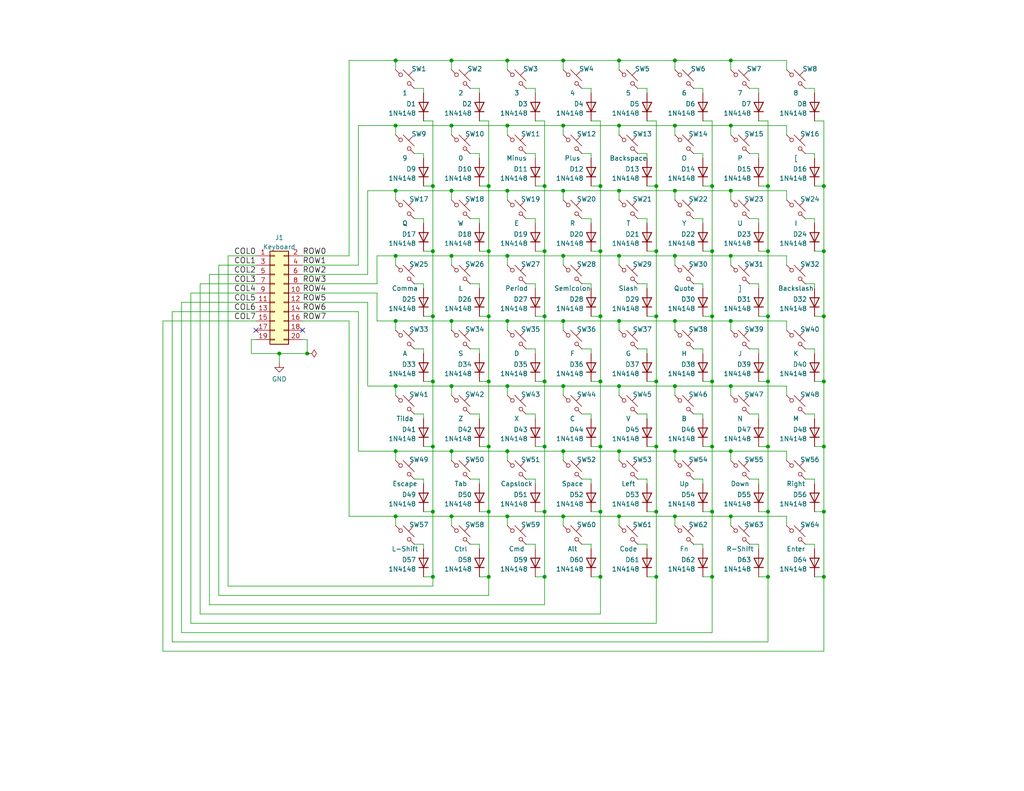
<source format=kicad_sch>
(kicad_sch (version 20211123) (generator eeschema)
  (paper "USLetter")
  (title_block (title "8x8 Matrix Keyboard") (date "2022-11-28") (rev "1,1") (company "Frédéric Segard") (comment 1 "youtube.com/@microhobbyist"))
  (junction (at 163.83 139.7))
  (junction (at 199.39 52.07))
  (junction (at 163.83 157.48))
  (junction (at 179.07 104.14))
  (junction (at 184.15 123.19))
  (junction (at 138.43 69.85))
  (junction (at 209.55 157.48))
  (junction (at 123.19 123.19))
  (junction (at 209.55 104.14))
  (junction (at 118.11 86.36))
  (junction (at 179.07 86.36))
  (junction (at 163.83 104.14))
  (junction (at 184.15 69.85))
  (junction (at 184.15 105.41))
  (junction (at 194.31 121.92))
  (junction (at 107.95 123.19))
  (junction (at 107.95 69.85))
  (junction (at 199.39 123.19))
  (junction (at 153.67 52.07))
  (junction (at 107.95 34.29))
  (junction (at 199.39 87.63))
  (junction (at 153.67 69.85))
  (junction (at 199.39 16.51))
  (junction (at 179.07 68.58))
  (junction (at 194.31 68.58))
  (junction (at 153.67 123.19))
  (junction (at 107.95 52.07))
  (junction (at 148.59 157.48))
  (junction (at 107.95 87.63))
  (junction (at 184.15 34.29))
  (junction (at 148.59 104.14))
  (junction (at 118.11 121.92))
  (junction (at 123.19 140.97))
  (junction (at 199.39 34.29))
  (junction (at 148.59 50.8))
  (junction (at 209.55 50.8))
  (junction (at 209.55 139.7))
  (junction (at 123.19 69.85))
  (junction (at 148.59 139.7))
  (junction (at 133.35 50.8))
  (junction (at 224.79 86.36))
  (junction (at 184.15 16.51))
  (junction (at 168.91 140.97))
  (junction (at 184.15 52.07))
  (junction (at 76.2 96.52))
  (junction (at 148.59 68.58))
  (junction (at 184.15 87.63))
  (junction (at 224.79 121.92))
  (junction (at 209.55 86.36))
  (junction (at 168.91 34.29))
  (junction (at 168.91 52.07))
  (junction (at 118.11 68.58))
  (junction (at 224.79 68.58))
  (junction (at 123.19 105.41))
  (junction (at 138.43 87.63))
  (junction (at 118.11 50.8))
  (junction (at 118.11 157.48))
  (junction (at 138.43 16.51))
  (junction (at 194.31 86.36))
  (junction (at 184.15 140.97))
  (junction (at 168.91 123.19))
  (junction (at 123.19 16.51))
  (junction (at 163.83 86.36))
  (junction (at 138.43 105.41))
  (junction (at 133.35 121.92))
  (junction (at 107.95 105.41))
  (junction (at 179.07 50.8))
  (junction (at 118.11 104.14))
  (junction (at 163.83 68.58))
  (junction (at 194.31 139.7))
  (junction (at 138.43 52.07))
  (junction (at 199.39 105.41))
  (junction (at 168.91 69.85))
  (junction (at 133.35 104.14))
  (junction (at 107.95 16.51))
  (junction (at 153.67 105.41))
  (junction (at 194.31 104.14))
  (junction (at 107.95 140.97))
  (junction (at 199.39 69.85))
  (junction (at 194.31 50.8))
  (junction (at 133.35 139.7))
  (junction (at 179.07 121.92))
  (junction (at 199.39 140.97))
  (junction (at 133.35 68.58))
  (junction (at 163.83 50.8))
  (junction (at 138.43 34.29))
  (junction (at 179.07 139.7))
  (junction (at 153.67 16.51))
  (junction (at 123.19 87.63))
  (junction (at 224.79 139.7))
  (junction (at 168.91 16.51))
  (junction (at 209.55 121.92))
  (junction (at 224.79 50.8))
  (junction (at 133.35 157.48))
  (junction (at 148.59 86.36))
  (junction (at 179.07 157.48))
  (junction (at 194.31 157.48))
  (junction (at 163.83 121.92))
  (junction (at 123.19 52.07))
  (junction (at 153.67 87.63))
  (junction (at 138.43 140.97))
  (junction (at 168.91 105.41))
  (junction (at 168.91 87.63))
  (junction (at 123.19 34.29))
  (junction (at 153.67 140.97))
  (junction (at 153.67 34.29))
  (junction (at 209.55 68.58))
  (junction (at 148.59 121.92))
  (junction (at 224.79 157.48))
  (junction (at 224.79 104.14))
  (junction (at 133.35 86.36))
  (junction (at 83.82 96.52))
  (junction (at 118.11 139.7))
  (junction (at 138.43 123.19))
  (no_connect (at 82.55 90.17))
  (no_connect (at 69.85 90.17))
  (wire (pts (xy 153.67 69.85) (xy 168.91 69.85)))
  (wire (pts (xy 194.31 121.92) (xy 194.31 139.7)))
  (wire (pts (xy 158.75 95.25) (xy 161.29 95.25)))
  (wire (pts (xy 49.53 82.55) (xy 49.53 172.72)))
  (wire (pts (xy 138.43 52.07) (xy 153.67 52.07)))
  (wire (pts (xy 191.77 33.02) (xy 194.31 33.02)))
  (wire (pts (xy 69.85 82.55) (xy 49.53 82.55)))
  (wire (pts (xy 161.29 104.14) (xy 163.83 104.14)))
  (wire (pts (xy 133.35 139.7) (xy 133.35 157.48)))
  (wire (pts (xy 143.51 113.03) (xy 146.05 113.03)))
  (wire (pts (xy 207.01 157.48) (xy 209.55 157.48)))
  (wire (pts (xy 115.57 24.13) (xy 115.57 25.4)))
  (wire (pts (xy 163.83 157.48) (xy 163.83 167.64)))
  (wire (pts (xy 222.25 139.7) (xy 224.79 139.7)))
  (wire (pts (xy 222.25 50.8) (xy 224.79 50.8)))
  (wire (pts (xy 219.71 24.13) (xy 222.25 24.13)))
  (wire (pts (xy 97.79 123.19) (xy 97.79 85.09)))
  (wire (pts (xy 100.33 52.07) (xy 100.33 74.93)))
  (wire (pts (xy 176.53 104.14) (xy 179.07 104.14)))
  (wire (pts (xy 123.19 143.51) (xy 123.19 140.97)))
  (wire (pts (xy 209.55 121.92) (xy 209.55 104.14)))
  (wire (pts (xy 146.05 95.25) (xy 146.05 96.52)))
  (wire (pts (xy 107.95 125.73) (xy 107.95 123.19)))
  (wire (pts (xy 107.95 52.07) (xy 123.19 52.07)))
  (wire (pts (xy 128.27 148.59) (xy 130.81 148.59)))
  (wire (pts (xy 115.57 139.7) (xy 118.11 139.7)))
  (wire (pts (xy 199.39 72.39) (xy 199.39 69.85)))
  (wire (pts (xy 214.63 123.19) (xy 214.63 125.73)))
  (wire (pts (xy 107.95 87.63) (xy 102.87 87.63)))
  (wire (pts (xy 59.69 162.56) (xy 133.35 162.56)))
  (wire (pts (xy 222.25 95.25) (xy 219.71 95.25)))
  (wire (pts (xy 82.55 85.09) (xy 97.79 85.09)))
  (wire (pts (xy 158.75 148.59) (xy 161.29 148.59)))
  (wire (pts (xy 158.75 41.91) (xy 161.29 41.91)))
  (wire (pts (xy 115.57 113.03) (xy 115.57 114.3)))
  (wire (pts (xy 130.81 104.14) (xy 133.35 104.14)))
  (wire (pts (xy 179.07 157.48) (xy 179.07 139.7)))
  (wire (pts (xy 113.03 77.47) (xy 115.57 77.47)))
  (wire (pts (xy 176.53 59.69) (xy 173.99 59.69)))
  (wire (pts (xy 62.23 160.02) (xy 118.11 160.02)))
  (wire (pts (xy 176.53 157.48) (xy 179.07 157.48)))
  (wire (pts (xy 224.79 139.7) (xy 224.79 157.48)))
  (wire (pts (xy 115.57 148.59) (xy 113.03 148.59)))
  (wire (pts (xy 207.01 43.18) (xy 207.01 41.91)))
  (wire (pts (xy 138.43 140.97) (xy 153.67 140.97)))
  (wire (pts (xy 153.67 19.05) (xy 153.67 16.51)))
  (wire (pts (xy 148.59 139.7) (xy 148.59 157.48)))
  (wire (pts (xy 123.19 107.95) (xy 123.19 105.41)))
  (wire (pts (xy 130.81 33.02) (xy 133.35 33.02)))
  (wire (pts (xy 107.95 36.83) (xy 107.95 34.29)))
  (wire (pts (xy 59.69 72.39) (xy 59.69 162.56)))
  (wire (pts (xy 191.77 148.59) (xy 191.77 149.86)))
  (wire (pts (xy 118.11 157.48) (xy 118.11 160.02)))
  (wire (pts (xy 133.35 121.92) (xy 133.35 139.7)))
  (wire (pts (xy 82.55 72.39) (xy 97.79 72.39)))
  (wire (pts (xy 163.83 50.8) (xy 163.83 68.58)))
  (wire (pts (xy 138.43 125.73) (xy 138.43 123.19)))
  (wire (pts (xy 184.15 125.73) (xy 184.15 123.19)))
  (wire (pts (xy 199.39 140.97) (xy 214.63 140.97)))
  (wire (pts (xy 113.03 41.91) (xy 115.57 41.91)))
  (wire (pts (xy 161.29 95.25) (xy 161.29 96.52)))
  (wire (pts (xy 115.57 77.47) (xy 115.57 78.74)))
  (wire (pts (xy 191.77 25.4) (xy 191.77 24.13)))
  (wire (pts (xy 44.45 87.63) (xy 44.45 177.8)))
  (wire (pts (xy 82.55 77.47) (xy 102.87 77.47)))
  (wire (pts (xy 222.25 59.69) (xy 219.71 59.69)))
  (wire (pts (xy 214.63 52.07) (xy 214.63 54.61)))
  (wire (pts (xy 191.77 50.8) (xy 194.31 50.8)))
  (wire (pts (xy 57.15 74.93) (xy 57.15 165.1)))
  (wire (pts (xy 153.67 105.41) (xy 168.91 105.41)))
  (wire (pts (xy 161.29 50.8) (xy 163.83 50.8)))
  (wire (pts (xy 107.95 105.41) (xy 100.33 105.41)))
  (wire (pts (xy 52.07 170.18) (xy 179.07 170.18)))
  (wire (pts (xy 130.81 148.59) (xy 130.81 149.86)))
  (wire (pts (xy 107.95 69.85) (xy 123.19 69.85)))
  (wire (pts (xy 214.63 16.51) (xy 214.63 19.05)))
  (wire (pts (xy 207.01 24.13) (xy 204.47 24.13)))
  (wire (pts (xy 194.31 33.02) (xy 194.31 50.8)))
  (wire (pts (xy 133.35 86.36) (xy 133.35 104.14)))
  (wire (pts (xy 146.05 121.92) (xy 148.59 121.92)))
  (wire (pts (xy 191.77 77.47) (xy 189.23 77.47)))
  (wire (pts (xy 191.77 104.14) (xy 194.31 104.14)))
  (wire (pts (xy 138.43 105.41) (xy 153.67 105.41)))
  (wire (pts (xy 148.59 121.92) (xy 148.59 139.7)))
  (wire (pts (xy 184.15 36.83) (xy 184.15 34.29)))
  (wire (pts (xy 123.19 69.85) (xy 138.43 69.85)))
  (wire (pts (xy 107.95 123.19) (xy 97.79 123.19)))
  (wire (pts (xy 191.77 78.74) (xy 191.77 77.47)))
  (wire (pts (xy 128.27 41.91) (xy 130.81 41.91)))
  (wire (pts (xy 176.53 121.92) (xy 179.07 121.92)))
  (wire (pts (xy 199.39 125.73) (xy 199.39 123.19)))
  (wire (pts (xy 148.59 104.14) (xy 148.59 121.92)))
  (wire (pts (xy 102.87 69.85) (xy 102.87 77.47)))
  (wire (pts (xy 123.19 90.17) (xy 123.19 87.63)))
  (wire (pts (xy 143.51 148.59) (xy 146.05 148.59)))
  (wire (pts (xy 95.25 140.97) (xy 95.25 87.63)))
  (wire (pts (xy 153.67 36.83) (xy 153.67 34.29)))
  (wire (pts (xy 179.07 68.58) (xy 179.07 50.8)))
  (wire (pts (xy 68.58 96.52) (xy 76.2 96.52)))
  (wire (pts (xy 191.77 114.3) (xy 191.77 113.03)))
  (wire (pts (xy 107.95 143.51) (xy 107.95 140.97)))
  (wire (pts (xy 199.39 87.63) (xy 214.63 87.63)))
  (wire (pts (xy 153.67 123.19) (xy 168.91 123.19)))
  (wire (pts (xy 204.47 130.81) (xy 207.01 130.81)))
  (wire (pts (xy 118.11 33.02) (xy 115.57 33.02)))
  (wire (pts (xy 224.79 104.14) (xy 224.79 121.92)))
  (wire (pts (xy 176.53 50.8) (xy 179.07 50.8)))
  (wire (pts (xy 130.81 68.58) (xy 133.35 68.58)))
  (wire (pts (xy 138.43 34.29) (xy 153.67 34.29)))
  (wire (pts (xy 222.25 121.92) (xy 224.79 121.92)))
  (wire (pts (xy 168.91 143.51) (xy 168.91 140.97)))
  (wire (pts (xy 153.67 34.29) (xy 168.91 34.29)))
  (wire (pts (xy 69.85 85.09) (xy 46.99 85.09)))
  (wire (pts (xy 179.07 157.48) (xy 179.07 170.18)))
  (wire (pts (xy 130.81 50.8) (xy 133.35 50.8)))
  (wire (pts (xy 83.82 96.52) (xy 83.82 92.71)))
  (wire (pts (xy 207.01 77.47) (xy 204.47 77.47)))
  (wire (pts (xy 207.01 113.03) (xy 204.47 113.03)))
  (wire (pts (xy 209.55 175.26) (xy 209.55 157.48)))
  (wire (pts (xy 191.77 60.96) (xy 191.77 59.69)))
  (wire (pts (xy 69.85 92.71) (xy 68.58 92.71)))
  (wire (pts (xy 207.01 60.96) (xy 207.01 59.69)))
  (wire (pts (xy 153.67 107.95) (xy 153.67 105.41)))
  (wire (pts (xy 168.91 107.95) (xy 168.91 105.41)))
  (wire (pts (xy 138.43 107.95) (xy 138.43 105.41)))
  (wire (pts (xy 224.79 33.02) (xy 222.25 33.02)))
  (wire (pts (xy 168.91 69.85) (xy 184.15 69.85)))
  (wire (pts (xy 107.95 34.29) (xy 123.19 34.29)))
  (wire (pts (xy 219.71 41.91) (xy 222.25 41.91)))
  (wire (pts (xy 123.19 52.07) (xy 138.43 52.07)))
  (wire (pts (xy 118.11 50.8) (xy 118.11 68.58)))
  (wire (pts (xy 153.67 140.97) (xy 168.91 140.97)))
  (wire (pts (xy 128.27 24.13) (xy 130.81 24.13)))
  (wire (pts (xy 222.25 77.47) (xy 219.71 77.47)))
  (wire (pts (xy 161.29 139.7) (xy 163.83 139.7)))
  (wire (pts (xy 82.55 87.63) (xy 95.25 87.63)))
  (wire (pts (xy 163.83 104.14) (xy 163.83 121.92)))
  (wire (pts (xy 102.87 87.63) (xy 102.87 80.01)))
  (wire (pts (xy 161.29 41.91) (xy 161.29 43.18)))
  (wire (pts (xy 207.01 104.14) (xy 209.55 104.14)))
  (wire (pts (xy 163.83 86.36) (xy 163.83 104.14)))
  (wire (pts (xy 194.31 139.7) (xy 194.31 157.48)))
  (wire (pts (xy 191.77 139.7) (xy 194.31 139.7)))
  (wire (pts (xy 115.57 104.14) (xy 118.11 104.14)))
  (wire (pts (xy 138.43 16.51) (xy 153.67 16.51)))
  (wire (pts (xy 130.81 157.48) (xy 133.35 157.48)))
  (wire (pts (xy 163.83 68.58) (xy 163.83 86.36)))
  (wire (pts (xy 168.91 105.41) (xy 184.15 105.41)))
  (wire (pts (xy 184.15 143.51) (xy 184.15 140.97)))
  (wire (pts (xy 148.59 50.8) (xy 148.59 68.58)))
  (wire (pts (xy 52.07 80.01) (xy 52.07 170.18)))
  (wire (pts (xy 199.39 19.05) (xy 199.39 16.51)))
  (wire (pts (xy 57.15 165.1) (xy 148.59 165.1)))
  (wire (pts (xy 207.01 148.59) (xy 207.01 149.86)))
  (wire (pts (xy 115.57 149.86) (xy 115.57 148.59)))
  (wire (pts (xy 222.25 68.58) (xy 224.79 68.58)))
  (wire (pts (xy 133.35 50.8) (xy 133.35 68.58)))
  (wire (pts (xy 107.95 16.51) (xy 123.19 16.51)))
  (wire (pts (xy 199.39 36.83) (xy 199.39 34.29)))
  (wire (pts (xy 179.07 139.7) (xy 179.07 121.92)))
  (wire (pts (xy 184.15 72.39) (xy 184.15 69.85)))
  (wire (pts (xy 176.53 78.74) (xy 176.53 77.47)))
  (wire (pts (xy 161.29 59.69) (xy 161.29 60.96)))
  (wire (pts (xy 222.25 132.08) (xy 222.25 130.81)))
  (wire (pts (xy 146.05 130.81) (xy 146.05 132.08)))
  (wire (pts (xy 222.25 96.52) (xy 222.25 95.25)))
  (wire (pts (xy 207.01 95.25) (xy 204.47 95.25)))
  (wire (pts (xy 191.77 68.58) (xy 194.31 68.58)))
  (wire (pts (xy 194.31 86.36) (xy 194.31 104.14)))
  (wire (pts (xy 115.57 59.69) (xy 115.57 60.96)))
  (wire (pts (xy 153.67 90.17) (xy 153.67 87.63)))
  (wire (pts (xy 209.55 33.02) (xy 207.01 33.02)))
  (wire (pts (xy 209.55 33.02) (xy 209.55 50.8)))
  (wire (pts (xy 130.81 130.81) (xy 130.81 132.08)))
  (wire (pts (xy 189.23 130.81) (xy 191.77 130.81)))
  (wire (pts (xy 184.15 87.63) (xy 199.39 87.63)))
  (wire (pts (xy 179.07 50.8) (xy 179.07 33.02)))
  (wire (pts (xy 130.81 113.03) (xy 130.81 114.3)))
  (wire (pts (xy 130.81 24.13) (xy 130.81 25.4)))
  (wire (pts (xy 138.43 143.51) (xy 138.43 140.97)))
  (wire (pts (xy 176.53 96.52) (xy 176.53 95.25)))
  (wire (pts (xy 209.55 104.14) (xy 209.55 86.36)))
  (wire (pts (xy 128.27 77.47) (xy 130.81 77.47)))
  (wire (pts (xy 191.77 157.48) (xy 194.31 157.48)))
  (wire (pts (xy 153.67 87.63) (xy 168.91 87.63)))
  (wire (pts (xy 113.03 59.69) (xy 115.57 59.69)))
  (wire (pts (xy 113.03 113.03) (xy 115.57 113.03)))
  (wire (pts (xy 209.55 50.8) (xy 209.55 68.58)))
  (wire (pts (xy 148.59 157.48) (xy 148.59 165.1)))
  (wire (pts (xy 222.25 114.3) (xy 222.25 113.03)))
  (wire (pts (xy 161.29 77.47) (xy 161.29 78.74)))
  (wire (pts (xy 173.99 130.81) (xy 176.53 130.81)))
  (wire (pts (xy 224.79 157.48) (xy 224.79 177.8)))
  (wire (pts (xy 143.51 59.69) (xy 146.05 59.69)))
  (wire (pts (xy 163.83 33.02) (xy 163.83 50.8)))
  (wire (pts (xy 179.07 86.36) (xy 179.07 68.58)))
  (wire (pts (xy 115.57 95.25) (xy 115.57 96.52)))
  (wire (pts (xy 207.01 68.58) (xy 209.55 68.58)))
  (wire (pts (xy 199.39 16.51) (xy 214.63 16.51)))
  (wire (pts (xy 146.05 24.13) (xy 146.05 25.4)))
  (wire (pts (xy 143.51 77.47) (xy 146.05 77.47)))
  (wire (pts (xy 184.15 123.19) (xy 199.39 123.19)))
  (wire (pts (xy 146.05 86.36) (xy 148.59 86.36)))
  (wire (pts (xy 118.11 121.92) (xy 118.11 139.7)))
  (wire (pts (xy 138.43 87.63) (xy 153.67 87.63)))
  (wire (pts (xy 207.01 59.69) (xy 204.47 59.69)))
  (wire (pts (xy 161.29 157.48) (xy 163.83 157.48)))
  (wire (pts (xy 168.91 19.05) (xy 168.91 16.51)))
  (wire (pts (xy 107.95 123.19) (xy 123.19 123.19)))
  (wire (pts (xy 222.25 113.03) (xy 219.71 113.03)))
  (wire (pts (xy 204.47 148.59) (xy 207.01 148.59)))
  (wire (pts (xy 123.19 16.51) (xy 138.43 16.51)))
  (wire (pts (xy 176.53 41.91) (xy 173.99 41.91)))
  (wire (pts (xy 130.81 86.36) (xy 133.35 86.36)))
  (wire (pts (xy 222.25 157.48) (xy 224.79 157.48)))
  (wire (pts (xy 161.29 24.13) (xy 161.29 25.4)))
  (wire (pts (xy 118.11 68.58) (xy 118.11 86.36)))
  (wire (pts (xy 191.77 86.36) (xy 194.31 86.36)))
  (wire (pts (xy 194.31 68.58) (xy 194.31 86.36)))
  (wire (pts (xy 207.01 114.3) (xy 207.01 113.03)))
  (wire (pts (xy 191.77 43.18) (xy 191.77 41.91)))
  (wire (pts (xy 158.75 130.81) (xy 161.29 130.81)))
  (wire (pts (xy 62.23 69.85) (xy 62.23 160.02)))
  (wire (pts (xy 214.63 140.97) (xy 214.63 143.51)))
  (wire (pts (xy 176.53 86.36) (xy 179.07 86.36)))
  (wire (pts (xy 207.01 130.81) (xy 207.01 132.08)))
  (wire (pts (xy 123.19 105.41) (xy 138.43 105.41)))
  (wire (pts (xy 123.19 36.83) (xy 123.19 34.29)))
  (wire (pts (xy 161.29 113.03) (xy 161.29 114.3)))
  (wire (pts (xy 143.51 41.91) (xy 146.05 41.91)))
  (wire (pts (xy 146.05 59.69) (xy 146.05 60.96)))
  (wire (pts (xy 158.75 77.47) (xy 161.29 77.47)))
  (wire (pts (xy 148.59 86.36) (xy 148.59 104.14)))
  (wire (pts (xy 163.83 139.7) (xy 163.83 157.48)))
  (wire (pts (xy 138.43 36.83) (xy 138.43 34.29)))
  (wire (pts (xy 133.35 104.14) (xy 133.35 121.92)))
  (wire (pts (xy 82.55 69.85) (xy 95.25 69.85)))
  (wire (pts (xy 153.67 16.51) (xy 168.91 16.51)))
  (wire (pts (xy 115.57 132.08) (xy 115.57 130.81)))
  (wire (pts (xy 138.43 69.85) (xy 153.67 69.85)))
  (wire (pts (xy 146.05 157.48) (xy 148.59 157.48)))
  (wire (pts (xy 179.07 33.02) (xy 176.53 33.02)))
  (wire (pts (xy 118.11 86.36) (xy 118.11 104.14)))
  (wire (pts (xy 173.99 113.03) (xy 176.53 113.03)))
  (wire (pts (xy 130.81 95.25) (xy 130.81 96.52)))
  (wire (pts (xy 146.05 33.02) (xy 148.59 33.02)))
  (wire (pts (xy 176.53 43.18) (xy 176.53 41.91)))
  (wire (pts (xy 224.79 33.02) (xy 224.79 50.8)))
  (wire (pts (xy 128.27 130.81) (xy 130.81 130.81)))
  (wire (pts (xy 207.01 50.8) (xy 209.55 50.8)))
  (wire (pts (xy 148.59 33.02) (xy 148.59 50.8)))
  (wire (pts (xy 207.01 25.4) (xy 207.01 24.13)))
  (wire (pts (xy 168.91 125.73) (xy 168.91 123.19)))
  (wire (pts (xy 184.15 16.51) (xy 199.39 16.51)))
  (wire (pts (xy 130.81 121.92) (xy 133.35 121.92)))
  (wire (pts (xy 191.77 41.91) (xy 189.23 41.91)))
  (wire (pts (xy 176.53 60.96) (xy 176.53 59.69)))
  (wire (pts (xy 163.83 121.92) (xy 163.83 139.7)))
  (wire (pts (xy 224.79 86.36) (xy 224.79 104.14)))
  (wire (pts (xy 168.91 34.29) (xy 184.15 34.29)))
  (wire (pts (xy 199.39 123.19) (xy 214.63 123.19)))
  (wire (pts (xy 146.05 68.58) (xy 148.59 68.58)))
  (wire (pts (xy 115.57 121.92) (xy 118.11 121.92)))
  (wire (pts (xy 138.43 19.05) (xy 138.43 16.51)))
  (wire (pts (xy 199.39 143.51) (xy 199.39 140.97)))
  (wire (pts (xy 115.57 130.81) (xy 113.03 130.81)))
  (wire (pts (xy 46.99 175.26) (xy 209.55 175.26)))
  (wire (pts (xy 118.11 139.7) (xy 118.11 157.48)))
  (wire (pts (xy 222.25 24.13) (xy 222.25 25.4)))
  (wire (pts (xy 168.91 123.19) (xy 184.15 123.19)))
  (wire (pts (xy 123.19 87.63) (xy 138.43 87.63)))
  (wire (pts (xy 184.15 140.97) (xy 199.39 140.97)))
  (wire (pts (xy 118.11 104.14) (xy 118.11 121.92)))
  (wire (pts (xy 76.2 96.52) (xy 76.2 99.06)))
  (wire (pts (xy 214.63 107.95) (xy 214.63 105.41)))
  (wire (pts (xy 179.07 104.14) (xy 179.07 86.36)))
  (wire (pts (xy 146.05 113.03) (xy 146.05 114.3)))
  (wire (pts (xy 82.55 80.01) (xy 102.87 80.01)))
  (wire (pts (xy 153.67 143.51) (xy 153.67 140.97)))
  (wire (pts (xy 107.95 105.41) (xy 123.19 105.41)))
  (wire (pts (xy 194.31 50.8) (xy 194.31 68.58)))
  (wire (pts (xy 54.61 167.64) (xy 163.83 167.64)))
  (wire (pts (xy 113.03 95.25) (xy 115.57 95.25)))
  (wire (pts (xy 168.91 16.51) (xy 184.15 16.51)))
  (wire (pts (xy 83.82 92.71) (xy 82.55 92.71)))
  (wire (pts (xy 123.19 34.29) (xy 138.43 34.29)))
  (wire (pts (xy 115.57 50.8) (xy 118.11 50.8)))
  (wire (pts (xy 199.39 90.17) (xy 199.39 87.63)))
  (wire (pts (xy 191.77 24.13) (xy 189.23 24.13)))
  (wire (pts (xy 107.95 72.39) (xy 107.95 69.85)))
  (wire (pts (xy 168.91 140.97) (xy 184.15 140.97)))
  (wire (pts (xy 118.11 33.02) (xy 118.11 50.8)))
  (wire (pts (xy 207.01 41.91) (xy 204.47 41.91)))
  (wire (pts (xy 97.79 34.29) (xy 97.79 72.39)))
  (wire (pts (xy 168.91 36.83) (xy 168.91 34.29)))
  (wire (pts (xy 189.23 148.59) (xy 191.77 148.59)))
  (wire (pts (xy 107.95 52.07) (xy 100.33 52.07)))
  (wire (pts (xy 115.57 86.36) (xy 118.11 86.36)))
  (wire (pts (xy 161.29 121.92) (xy 163.83 121.92)))
  (wire (pts (xy 176.53 130.81) (xy 176.53 132.08)))
  (wire (pts (xy 107.95 54.61) (xy 107.95 52.07)))
  (wire (pts (xy 222.25 41.91) (xy 222.25 43.18)))
  (wire (pts (xy 161.29 33.02) (xy 163.83 33.02)))
  (wire (pts (xy 69.85 72.39) (xy 59.69 72.39)))
  (wire (pts (xy 138.43 54.61) (xy 138.43 52.07)))
  (wire (pts (xy 82.55 82.55) (xy 100.33 82.55)))
  (wire (pts (xy 207.01 96.52) (xy 207.01 95.25)))
  (wire (pts (xy 168.91 72.39) (xy 168.91 69.85)))
  (wire (pts (xy 130.81 41.91) (xy 130.81 43.18)))
  (wire (pts (xy 133.35 157.48) (xy 133.35 162.56)))
  (wire (pts (xy 199.39 69.85) (xy 214.63 69.85)))
  (wire (pts (xy 146.05 139.7) (xy 148.59 139.7)))
  (wire (pts (xy 222.25 130.81) (xy 219.71 130.81)))
  (wire (pts (xy 146.05 41.91) (xy 146.05 43.18)))
  (wire (pts (xy 76.2 96.52) (xy 83.82 96.52)))
  (wire (pts (xy 176.53 77.47) (xy 173.99 77.47)))
  (wire (pts (xy 133.35 33.02) (xy 133.35 50.8)))
  (wire (pts (xy 107.95 69.85) (xy 102.87 69.85)))
  (wire (pts (xy 176.53 139.7) (xy 179.07 139.7)))
  (wire (pts (xy 143.51 130.81) (xy 146.05 130.81)))
  (wire (pts (xy 95.25 16.51) (xy 95.25 69.85)))
  (wire (pts (xy 209.55 157.48) (xy 209.55 139.7)))
  (wire (pts (xy 69.85 77.47) (xy 54.61 77.47)))
  (wire (pts (xy 191.77 130.81) (xy 191.77 132.08)))
  (wire (pts (xy 184.15 19.05) (xy 184.15 16.51)))
  (wire (pts (xy 214.63 87.63) (xy 214.63 90.17)))
  (wire (pts (xy 191.77 59.69) (xy 189.23 59.69)))
  (wire (pts (xy 107.95 140.97) (xy 95.25 140.97)))
  (wire (pts (xy 123.19 123.19) (xy 138.43 123.19)))
  (wire (pts (xy 115.57 157.48) (xy 118.11 157.48)))
  (wire (pts (xy 214.63 69.85) (xy 214.63 72.39)))
  (wire (pts (xy 179.07 121.92) (xy 179.07 104.14)))
  (wire (pts (xy 214.63 34.29) (xy 214.63 36.83)))
  (wire (pts (xy 69.85 69.85) (xy 62.23 69.85)))
  (wire (pts (xy 222.25 148.59) (xy 219.71 148.59)))
  (wire (pts (xy 184.15 52.07) (xy 199.39 52.07)))
  (wire (pts (xy 222.25 86.36) (xy 224.79 86.36)))
  (wire (pts (xy 158.75 113.03) (xy 161.29 113.03)))
  (wire (pts (xy 224.79 121.92) (xy 224.79 139.7)))
  (wire (pts (xy 44.45 177.8) (xy 224.79 177.8)))
  (wire (pts (xy 173.99 148.59) (xy 176.53 148.59)))
  (wire (pts (xy 107.95 16.51) (xy 95.25 16.51)))
  (wire (pts (xy 184.15 34.29) (xy 199.39 34.29)))
  (wire (pts (xy 176.53 114.3) (xy 176.53 113.03)))
  (wire (pts (xy 153.67 125.73) (xy 153.67 123.19)))
  (wire (pts (xy 207.01 139.7) (xy 209.55 139.7)))
  (wire (pts (xy 184.15 90.17) (xy 184.15 87.63)))
  (wire (pts (xy 107.95 19.05) (xy 107.95 16.51)))
  (wire (pts (xy 153.67 52.07) (xy 168.91 52.07)))
  (wire (pts (xy 130.81 77.47) (xy 130.81 78.74)))
  (wire (pts (xy 176.53 148.59) (xy 176.53 149.86)))
  (wire (pts (xy 209.55 86.36) (xy 209.55 68.58)))
  (wire (pts (xy 158.75 59.69) (xy 161.29 59.69)))
  (wire (pts (xy 133.35 68.58) (xy 133.35 86.36)))
  (wire (pts (xy 176.53 25.4) (xy 176.53 24.13)))
  (wire (pts (xy 153.67 54.61) (xy 153.67 52.07)))
  (wire (pts (xy 146.05 104.14) (xy 148.59 104.14)))
  (wire (pts (xy 138.43 72.39) (xy 138.43 69.85)))
  (wire (pts (xy 209.55 139.7) (xy 209.55 121.92)))
  (wire (pts (xy 191.77 121.92) (xy 194.31 121.92)))
  (wire (pts (xy 130.81 139.7) (xy 133.35 139.7)))
  (wire (pts (xy 113.03 24.13) (xy 115.57 24.13)))
  (wire (pts (xy 161.29 148.59) (xy 161.29 149.86)))
  (wire (pts (xy 107.95 87.63) (xy 123.19 87.63)))
  (wire (pts (xy 68.58 92.71) (xy 68.58 96.52)))
  (wire (pts (xy 184.15 54.61) (xy 184.15 52.07)))
  (wire (pts (xy 54.61 77.47) (xy 54.61 167.64)))
  (wire (pts (xy 191.77 95.25) (xy 191.77 96.52)))
  (wire (pts (xy 199.39 107.95) (xy 199.39 105.41)))
  (wire (pts (xy 146.05 77.47) (xy 146.05 78.74)))
  (wire (pts (xy 143.51 95.25) (xy 146.05 95.25)))
  (wire (pts (xy 161.29 68.58) (xy 163.83 68.58)))
  (wire (pts (xy 123.19 125.73) (xy 123.19 123.19)))
  (wire (pts (xy 123.19 72.39) (xy 123.19 69.85)))
  (wire (pts (xy 107.95 107.95) (xy 107.95 105.41)))
  (wire (pts (xy 115.57 68.58) (xy 118.11 68.58)))
  (wire (pts (xy 224.79 50.8) (xy 224.79 68.58)))
  (wire (pts (xy 69.85 87.63) (xy 44.45 87.63)))
  (wire (pts (xy 107.95 140.97) (xy 123.19 140.97)))
  (wire (pts (xy 184.15 107.95) (xy 184.15 105.41)))
  (wire (pts (xy 199.39 54.61) (xy 199.39 52.07)))
  (wire (pts (xy 107.95 34.29) (xy 97.79 34.29)))
  (wire (pts (xy 46.99 85.09) (xy 46.99 175.26)))
  (wire (pts (xy 130.81 59.69) (xy 130.81 60.96)))
  (wire (pts (xy 158.75 24.13) (xy 161.29 24.13)))
  (wire (pts (xy 199.39 34.29) (xy 214.63 34.29)))
  (wire (pts (xy 199.39 105.41) (xy 214.63 105.41)))
  (wire (pts (xy 176.53 24.13) (xy 173.99 24.13)))
  (wire (pts (xy 69.85 74.93) (xy 57.15 74.93)))
  (wire (pts (xy 161.29 86.36) (xy 163.83 86.36)))
  (wire (pts (xy 191.77 113.03) (xy 189.23 113.03)))
  (wire (pts (xy 168.91 52.07) (xy 184.15 52.07)))
  (wire (pts (xy 123.19 54.61) (xy 123.19 52.07)))
  (wire (pts (xy 222.25 104.14) (xy 224.79 104.14)))
  (wire (pts (xy 207.01 86.36) (xy 209.55 86.36)))
  (wire (pts (xy 49.53 172.72) (xy 194.31 172.72)))
  (wire (pts (xy 161.29 130.81) (xy 161.29 132.08)))
  (wire (pts (xy 82.55 74.93) (xy 100.33 74.93)))
  (wire (pts (xy 199.39 52.07) (xy 214.63 52.07)))
  (wire (pts (xy 222.25 78.74) (xy 222.25 77.47)))
  (wire (pts (xy 148.59 68.58) (xy 148.59 86.36)))
  (wire (pts (xy 69.85 80.01) (xy 52.07 80.01)))
  (wire (pts (xy 168.91 87.63) (xy 184.15 87.63)))
  (wire (pts (xy 207.01 78.74) (xy 207.01 77.47)))
  (wire (pts (xy 168.91 90.17) (xy 168.91 87.63)))
  (wire (pts (xy 123.19 19.05) (xy 123.19 16.51)))
  (wire (pts (xy 146.05 148.59) (xy 146.05 149.86)))
  (wire (pts (xy 207.01 121.92) (xy 209.55 121.92)))
  (wire (pts (xy 224.79 68.58) (xy 224.79 86.36)))
  (wire (pts (xy 194.31 104.14) (xy 194.31 121.92)))
  (wire (pts (xy 184.15 105.41) (xy 199.39 105.41)))
  (wire (pts (xy 176.53 68.58) (xy 179.07 68.58)))
  (wire (pts (xy 107.95 90.17) (xy 107.95 87.63)))
  (wire (pts (xy 100.33 105.41) (xy 100.33 82.55)))
  (wire (pts (xy 138.43 123.19) (xy 153.67 123.19)))
  (wire (pts (xy 128.27 95.25) (xy 130.81 95.25)))
  (wire (pts (xy 146.05 50.8) (xy 148.59 50.8)))
  (wire (pts (xy 222.25 149.86) (xy 222.25 148.59)))
  (wire (pts (xy 123.19 140.97) (xy 138.43 140.97)))
  (wire (pts (xy 138.43 90.17) (xy 138.43 87.63)))
  (wire (pts (xy 184.15 69.85) (xy 199.39 69.85)))
  (wire (pts (xy 176.53 95.25) (xy 173.99 95.25)))
  (wire (pts (xy 168.91 54.61) (xy 168.91 52.07)))
  (wire (pts (xy 153.67 72.39) (xy 153.67 69.85)))
  (wire (pts (xy 189.23 95.25) (xy 191.77 95.25)))
  (wire (pts (xy 128.27 113.03) (xy 130.81 113.03)))
  (wire (pts (xy 143.51 24.13) (xy 146.05 24.13)))
  (wire (pts (xy 115.57 41.91) (xy 115.57 43.18)))
  (wire (pts (xy 194.31 157.48) (xy 194.31 172.72)))
  (wire (pts (xy 128.27 59.69) (xy 130.81 59.69)))
  (wire (pts (xy 222.25 60.96) (xy 222.25 59.69)))
  (label "COL4" (at 69.85 80.01 180) (effects (font (size 1.524 1.524))))
  (label "COL5" (at 69.85 82.55 180) (effects (font (size 1.524 1.524))))
  (label "ROW7" (at 82.55 87.63 0) (effects (font (size 1.524 1.524))))
  (label "COL6" (at 69.85 85.09 180) (effects (font (size 1.524 1.524))))
  (label "COL0" (at 69.85 69.85 180) (effects (font (size 1.524 1.524))))
  (label "ROW5" (at 82.55 82.55 0) (effects (font (size 1.524 1.524))))
  (label "ROW0" (at 82.55 69.85 0) (effects (font (size 1.524 1.524))))
  (label "ROW4" (at 82.55 80.01 0) (effects (font (size 1.524 1.524))))
  (label "ROW2" (at 82.55 74.93 0) (effects (font (size 1.524 1.524))))
  (label "COL3" (at 69.85 77.47 180) (effects (font (size 1.524 1.524))))
  (label "COL7" (at 69.85 87.63 180) (effects (font (size 1.524 1.524))))
  (label "ROW1" (at 82.55 72.39 0) (effects (font (size 1.524 1.524))))
  (label "COL1" (at 69.85 72.39 180) (effects (font (size 1.524 1.524))))
  (label "ROW3" (at 82.55 77.47 0) (effects (font (size 1.524 1.524))))
  (label "COL2" (at 69.85 74.93 180) (effects (font (size 1.524 1.524))))
  (label "ROW6" (at 82.55 85.09 0) (effects (font (size 1.524 1.524))))
  (symbol (lib_id "Switch:SW_Push_45deg") (at 110.49 21.59 0) (unit 1)
    (property "Reference" "SW1" (at 114.3 18.796 0))
    (property "Value" "1" (at 110.49 25.4 0))
    (property "Footprint" "0_Z80_Library:SW_Cherry_MX_1.00u_PCB" (effects hide))
  )
  (symbol (lib_id "Switch:SW_Push_45deg") (at 125.73 21.59 0) (unit 1)
    (property "Reference" "SW2" (at 129.54 18.796 0))
    (property "Value" "2" (at 125.73 25.4 0))
    (property "Footprint" "0_Z80_Library:SW_Cherry_MX_1.00u_PCB" (effects hide))
  )
  (symbol (lib_id "Switch:SW_Push_45deg") (at 110.49 39.37 0) (unit 1)
    (property "Reference" "SW9" (at 114.3 36.576 0))
    (property "Value" "9" (at 110.49 43.18 0))
    (property "Footprint" "0_Z80_Library:SW_Cherry_MX_1.00u_PCB" (effects hide))
  )
  (symbol (lib_id "Switch:SW_Push_45deg") (at 125.73 39.37 0) (unit 1)
    (property "Reference" "SW10" (at 129.54 36.576 0))
    (property "Value" "0" (at 125.73 43.18 0))
    (property "Footprint" "0_Z80_Library:SW_Cherry_MX_1.00u_PCB" (effects hide))
  )
  (symbol (lib_id "Switch:SW_Push_45deg") (at 140.97 21.59 0) (unit 1)
    (property "Reference" "SW3" (at 144.78 18.796 0))
    (property "Value" "3" (at 140.97 25.4 0))
    (property "Footprint" "0_Z80_Library:SW_Cherry_MX_1.00u_PCB" (effects hide))
  )
  (symbol (lib_id "Switch:SW_Push_45deg") (at 156.21 21.59 0) (unit 1)
    (property "Reference" "SW4" (at 160.02 18.796 0))
    (property "Value" "4" (at 156.21 25.4 0))
    (property "Footprint" "0_Z80_Library:SW_Cherry_MX_1.00u_PCB" (effects hide))
  )
  (symbol (lib_id "Switch:SW_Push_45deg") (at 140.97 39.37 0) (unit 1)
    (property "Reference" "SW11" (at 144.78 36.576 0))
    (property "Value" "Minus" (at 140.97 43.18 0))
    (property "Footprint" "0_Z80_Library:SW_Cherry_MX_1.00u_PCB" (effects hide))
  )
  (symbol (lib_id "Switch:SW_Push_45deg") (at 156.21 39.37 0) (unit 1)
    (property "Reference" "SW12" (at 160.02 36.576 0))
    (property "Value" "Plus" (at 156.21 43.18 0))
    (property "Footprint" "0_Z80_Library:SW_Cherry_MX_1.00u_PCB" (effects hide))
  )
  (symbol (lib_id "Switch:SW_Push_45deg") (at 171.45 21.59 0) (unit 1)
    (property "Reference" "SW5" (at 175.26 18.796 0))
    (property "Value" "5" (at 171.45 25.4 0))
    (property "Footprint" "0_Z80_Library:SW_Cherry_MX_1.00u_PCB" (effects hide))
  )
  (symbol (lib_id "Switch:SW_Push_45deg") (at 186.69 21.59 0) (unit 1)
    (property "Reference" "SW6" (at 190.5 18.796 0))
    (property "Value" "6" (at 186.69 25.4 0))
    (property "Footprint" "0_Z80_Library:SW_Cherry_MX_1.00u_PCB" (effects hide))
  )
  (symbol (lib_id "Switch:SW_Push_45deg") (at 171.45 39.37 0) (unit 1)
    (property "Reference" "SW13" (at 175.26 36.576 0))
    (property "Value" "Backspace" (at 171.45 43.18 0))
    (property "Footprint" "0_Z80_Library:SW_Cherry_MX_2.00u_PCB" (effects hide))
  )
  (symbol (lib_id "Switch:SW_Push_45deg") (at 186.69 39.37 0) (unit 1)
    (property "Reference" "SW14" (at 190.5 36.576 0))
    (property "Value" "O" (at 186.69 43.18 0))
    (property "Footprint" "0_Z80_Library:SW_Cherry_MX_1.00u_PCB" (effects hide))
  )
  (symbol (lib_id "Switch:SW_Push_45deg") (at 201.93 21.59 0) (unit 1)
    (property "Reference" "SW7" (at 205.74 18.796 0))
    (property "Value" "7" (at 201.93 25.4 0))
    (property "Footprint" "0_Z80_Library:SW_Cherry_MX_1.00u_PCB" (effects hide))
  )
  (symbol (lib_id "Switch:SW_Push_45deg") (at 217.17 21.59 0) (unit 1)
    (property "Reference" "SW8" (at 220.98 18.796 0))
    (property "Value" "8" (at 217.17 25.4 0))
    (property "Footprint" "0_Z80_Library:SW_Cherry_MX_1.00u_PCB" (effects hide))
  )
  (symbol (lib_id "Switch:SW_Push_45deg") (at 201.93 39.37 0) (unit 1)
    (property "Reference" "SW15" (at 205.74 36.576 0))
    (property "Value" "P" (at 201.93 43.18 0))
    (property "Footprint" "0_Z80_Library:SW_Cherry_MX_1.00u_PCB" (effects hide))
  )
  (symbol (lib_id "Switch:SW_Push_45deg") (at 217.17 39.37 0) (unit 1)
    (property "Reference" "SW16" (at 220.98 36.576 0))
    (property "Value" "[" (at 217.17 43.18 0))
    (property "Footprint" "0_Z80_Library:SW_Cherry_MX_1.00u_PCB" (effects hide))
  )
  (symbol (lib_id "Switch:SW_Push_45deg") (at 110.49 57.15 0) (unit 1)
    (property "Reference" "SW17" (at 114.3 54.356 0))
    (property "Value" "Q" (at 110.49 60.96 0))
    (property "Footprint" "0_Z80_Library:SW_Cherry_MX_1.00u_PCB" (effects hide))
  )
  (symbol (lib_id "Switch:SW_Push_45deg") (at 125.73 57.15 0) (unit 1)
    (property "Reference" "SW18" (at 129.54 54.356 0))
    (property "Value" "W" (at 125.73 60.96 0))
    (property "Footprint" "0_Z80_Library:SW_Cherry_MX_1.00u_PCB" (effects hide))
  )
  (symbol (lib_id "Switch:SW_Push_45deg") (at 110.49 74.93 0) (unit 1)
    (property "Reference" "SW25" (at 114.3 72.136 0))
    (property "Value" "Comma" (at 110.49 78.74 0))
    (property "Footprint" "0_Z80_Library:SW_Cherry_MX_1.00u_PCB" (effects hide))
  )
  (symbol (lib_id "Switch:SW_Push_45deg") (at 125.73 74.93 0) (unit 1)
    (property "Reference" "SW26" (at 129.54 72.136 0))
    (property "Value" "L" (at 125.73 78.74 0))
    (property "Footprint" "0_Z80_Library:SW_Cherry_MX_1.00u_PCB" (effects hide))
  )
  (symbol (lib_id "Switch:SW_Push_45deg") (at 140.97 57.15 0) (unit 1)
    (property "Reference" "SW19" (at 144.78 54.356 0))
    (property "Value" "E" (at 140.97 60.96 0))
    (property "Footprint" "0_Z80_Library:SW_Cherry_MX_1.00u_PCB" (effects hide))
  )
  (symbol (lib_id "Switch:SW_Push_45deg") (at 156.21 57.15 0) (unit 1)
    (property "Reference" "SW20" (at 160.02 54.356 0))
    (property "Value" "R" (at 156.21 60.96 0))
    (property "Footprint" "0_Z80_Library:SW_Cherry_MX_1.00u_PCB" (effects hide))
  )
  (symbol (lib_id "Switch:SW_Push_45deg") (at 140.97 74.93 0) (unit 1)
    (property "Reference" "SW27" (at 144.78 72.136 0))
    (property "Value" "Period" (at 140.97 78.74 0))
    (property "Footprint" "0_Z80_Library:SW_Cherry_MX_1.00u_PCB" (effects hide))
  )
  (symbol (lib_id "Switch:SW_Push_45deg") (at 156.21 74.93 0) (unit 1)
    (property "Reference" "SW28" (at 160.02 72.136 0))
    (property "Value" "Semicolon" (at 156.21 78.74 0))
    (property "Footprint" "0_Z80_Library:SW_Cherry_MX_1.00u_PCB" (effects hide))
  )
  (symbol (lib_id "Switch:SW_Push_45deg") (at 171.45 57.15 0) (unit 1)
    (property "Reference" "SW21" (at 175.26 54.356 0))
    (property "Value" "T" (at 171.45 60.96 0))
    (property "Footprint" "0_Z80_Library:SW_Cherry_MX_1.00u_PCB" (effects hide))
  )
  (symbol (lib_id "Switch:SW_Push_45deg") (at 186.69 57.15 0) (unit 1)
    (property "Reference" "SW22" (at 190.5 54.356 0))
    (property "Value" "Y" (at 186.69 60.96 0))
    (property "Footprint" "0_Z80_Library:SW_Cherry_MX_1.00u_PCB" (effects hide))
  )
  (symbol (lib_id "Switch:SW_Push_45deg") (at 171.45 74.93 0) (unit 1)
    (property "Reference" "SW29" (at 175.26 72.136 0))
    (property "Value" "Slash" (at 171.45 78.74 0))
    (property "Footprint" "0_Z80_Library:SW_Cherry_MX_1.00u_PCB" (effects hide))
  )
  (symbol (lib_id "Switch:SW_Push_45deg") (at 186.69 74.93 0) (unit 1)
    (property "Reference" "SW30" (at 190.5 72.136 0))
    (property "Value" "Quote" (at 186.69 78.74 0))
    (property "Footprint" "0_Z80_Library:SW_Cherry_MX_1.00u_PCB" (effects hide))
  )
  (symbol (lib_id "Switch:SW_Push_45deg") (at 201.93 57.15 0) (unit 1)
    (property "Reference" "SW23" (at 205.74 54.356 0))
    (property "Value" "U" (at 201.93 60.96 0))
    (property "Footprint" "0_Z80_Library:SW_Cherry_MX_1.00u_PCB" (effects hide))
  )
  (symbol (lib_id "Switch:SW_Push_45deg") (at 217.17 57.15 0) (unit 1)
    (property "Reference" "SW24" (at 220.98 54.356 0))
    (property "Value" "I" (at 217.17 60.96 0))
    (property "Footprint" "0_Z80_Library:SW_Cherry_MX_1.00u_PCB" (effects hide))
  )
  (symbol (lib_id "Switch:SW_Push_45deg") (at 201.93 74.93 0) (unit 1)
    (property "Reference" "SW31" (at 205.74 72.136 0))
    (property "Value" "]" (at 201.93 78.74 0))
    (property "Footprint" "0_Z80_Library:SW_Cherry_MX_1.00u_PCB" (effects hide))
  )
  (symbol (lib_id "Switch:SW_Push_45deg") (at 217.17 74.93 0) (unit 1)
    (property "Reference" "SW32" (at 220.98 72.136 0))
    (property "Value" "Backslash" (at 217.17 78.74 0))
    (property "Footprint" "0_Z80_Library:SW_Cherry_MX_1.50u_PCB" (effects hide))
  )
  (symbol (lib_id "Switch:SW_Push_45deg") (at 110.49 92.71 0) (unit 1)
    (property "Reference" "SW33" (at 114.3 89.916 0))
    (property "Value" "A" (at 110.49 96.52 0))
    (property "Footprint" "0_Z80_Library:SW_Cherry_MX_1.00u_PCB" (effects hide))
  )
  (symbol (lib_id "Switch:SW_Push_45deg") (at 125.73 92.71 0) (unit 1)
    (property "Reference" "SW34" (at 129.54 89.916 0))
    (property "Value" "S" (at 125.73 96.52 0))
    (property "Footprint" "0_Z80_Library:SW_Cherry_MX_1.00u_PCB" (effects hide))
  )
  (symbol (lib_id "Switch:SW_Push_45deg") (at 110.49 110.49 0) (unit 1)
    (property "Reference" "SW41" (at 114.3 107.696 0))
    (property "Value" "Tilda" (at 110.49 114.3 0))
    (property "Footprint" "0_Z80_Library:SW_Cherry_MX_1.00u_PCB" (effects hide))
  )
  (symbol (lib_id "Switch:SW_Push_45deg") (at 125.73 110.49 0) (unit 1)
    (property "Reference" "SW42" (at 129.54 107.696 0))
    (property "Value" "Z" (at 125.73 114.3 0))
    (property "Footprint" "0_Z80_Library:SW_Cherry_MX_1.00u_PCB" (effects hide))
  )
  (symbol (lib_id "Switch:SW_Push_45deg") (at 140.97 92.71 0) (unit 1)
    (property "Reference" "SW35" (at 144.78 89.916 0))
    (property "Value" "D" (at 140.97 96.52 0))
    (property "Footprint" "0_Z80_Library:SW_Cherry_MX_1.00u_PCB" (effects hide))
  )
  (symbol (lib_id "Switch:SW_Push_45deg") (at 156.21 92.71 0) (unit 1)
    (property "Reference" "SW36" (at 160.02 89.916 0))
    (property "Value" "F" (at 156.21 96.52 0))
    (property "Footprint" "0_Z80_Library:SW_Cherry_MX_1.00u_PCB" (effects hide))
  )
  (symbol (lib_id "Switch:SW_Push_45deg") (at 140.97 110.49 0) (unit 1)
    (property "Reference" "SW43" (at 144.78 107.696 0))
    (property "Value" "X" (at 140.97 114.3 0))
    (property "Footprint" "0_Z80_Library:SW_Cherry_MX_1.00u_PCB" (effects hide))
  )
  (symbol (lib_id "Switch:SW_Push_45deg") (at 156.21 110.49 0) (unit 1)
    (property "Reference" "SW44" (at 160.02 107.696 0))
    (property "Value" "C" (at 156.21 114.3 0))
    (property "Footprint" "0_Z80_Library:SW_Cherry_MX_1.00u_PCB" (effects hide))
  )
  (symbol (lib_id "Switch:SW_Push_45deg") (at 171.45 92.71 0) (unit 1)
    (property "Reference" "SW37" (at 175.26 89.916 0))
    (property "Value" "G" (at 171.45 96.52 0))
    (property "Footprint" "0_Z80_Library:SW_Cherry_MX_1.00u_PCB" (effects hide))
  )
  (symbol (lib_id "Switch:SW_Push_45deg") (at 186.69 92.71 0) (unit 1)
    (property "Reference" "SW38" (at 190.5 89.916 0))
    (property "Value" "H" (at 186.69 96.52 0))
    (property "Footprint" "0_Z80_Library:SW_Cherry_MX_1.00u_PCB" (effects hide))
  )
  (symbol (lib_id "Switch:SW_Push_45deg") (at 171.45 110.49 0) (unit 1)
    (property "Reference" "SW45" (at 175.26 107.696 0))
    (property "Value" "V" (at 171.45 114.3 0))
    (property "Footprint" "0_Z80_Library:SW_Cherry_MX_1.00u_PCB" (effects hide))
  )
  (symbol (lib_id "Switch:SW_Push_45deg") (at 186.69 110.49 0) (unit 1)
    (property "Reference" "SW46" (at 190.5 107.696 0))
    (property "Value" "B" (at 186.69 114.3 0))
    (property "Footprint" "0_Z80_Library:SW_Cherry_MX_1.00u_PCB" (effects hide))
  )
  (symbol (lib_id "Switch:SW_Push_45deg") (at 201.93 92.71 0) (unit 1)
    (property "Reference" "SW39" (at 205.74 89.916 0))
    (property "Value" "J" (at 201.93 96.52 0))
    (property "Footprint" "0_Z80_Library:SW_Cherry_MX_1.00u_PCB" (effects hide))
  )
  (symbol (lib_id "Switch:SW_Push_45deg") (at 217.17 92.71 0) (unit 1)
    (property "Reference" "SW40" (at 220.98 89.916 0))
    (property "Value" "K" (at 217.17 96.52 0))
    (property "Footprint" "0_Z80_Library:SW_Cherry_MX_1.00u_PCB" (effects hide))
  )
  (symbol (lib_id "Switch:SW_Push_45deg") (at 110.49 128.27 0) (unit 1)
    (property "Reference" "SW49" (at 114.3 125.476 0))
    (property "Value" "Escape" (at 110.49 132.08 0))
    (property "Footprint" "0_Z80_Library:SW_Cherry_MX_1.00u_PCB" (effects hide))
  )
  (symbol (lib_id "Switch:SW_Push_45deg") (at 125.73 128.27 0) (unit 1)
    (property "Reference" "SW50" (at 129.54 125.476 0))
    (property "Value" "Tab" (at 125.73 132.08 0))
    (property "Footprint" "0_Z80_Library:SW_Cherry_MX_1.50u_PCB" (effects hide))
  )
  (symbol (lib_id "Switch:SW_Push_45deg") (at 140.97 128.27 0) (unit 1)
    (property "Reference" "SW51" (at 144.78 125.476 0))
    (property "Value" "Capslock" (at 140.97 132.08 0))
    (property "Footprint" "0_Z80_Library:SW_Cherry_MX_1.75u_PCB" (effects hide))
  )
  (symbol (lib_id "Switch:SW_Push_45deg") (at 156.21 128.27 0) (unit 1)
    (property "Reference" "SW52" (at 160.02 125.476 0))
    (property "Value" "Space" (at 156.21 132.08 0))
    (property "Footprint" "0_Z80_Library:SW_Cherry_MX_6.25u_PCB" (effects hide))
  )
  (symbol (lib_id "Switch:SW_Push_45deg") (at 171.45 128.27 0) (unit 1)
    (property "Reference" "SW53" (at 175.26 125.476 0))
    (property "Value" "Left" (at 171.45 132.08 0))
    (property "Footprint" "0_Z80_Library:SW_Cherry_MX_1.00u_PCB" (effects hide))
  )
  (symbol (lib_id "Switch:SW_Push_45deg") (at 186.69 128.27 0) (unit 1)
    (property "Reference" "SW54" (at 190.5 125.476 0))
    (property "Value" "Up" (at 186.69 132.08 0))
    (property "Footprint" "0_Z80_Library:SW_Cherry_MX_1.00u_PCB" (effects hide))
  )
  (symbol (lib_id "Switch:SW_Push_45deg") (at 201.93 128.27 0) (unit 1)
    (property "Reference" "SW55" (at 205.74 125.476 0))
    (property "Value" "Down" (at 201.93 132.08 0))
    (property "Footprint" "0_Z80_Library:SW_Cherry_MX_1.00u_PCB" (effects hide))
  )
  (symbol (lib_id "Switch:SW_Push_45deg") (at 217.17 128.27 0) (unit 1)
    (property "Reference" "SW56" (at 220.98 125.476 0))
    (property "Value" "Right" (at 217.17 132.08 0))
    (property "Footprint" "0_Z80_Library:SW_Cherry_MX_1.00u_PCB" (effects hide))
  )
  (symbol (lib_id "Switch:SW_Push_45deg") (at 110.49 146.05 0) (unit 1)
    (property "Reference" "SW57" (at 114.3 143.256 0))
    (property "Value" "L-Shift" (at 110.49 149.86 0))
    (property "Footprint" "0_Z80_Library:SW_Cherry_MX_1.25u_PCB" (effects hide))
  )
  (symbol (lib_id "Switch:SW_Push_45deg") (at 125.73 146.05 0) (unit 1)
    (property "Reference" "SW58" (at 129.54 143.256 0))
    (property "Value" "Ctrl" (at 125.73 149.86 0))
    (property "Footprint" "0_Z80_Library:SW_Cherry_MX_1.25u_PCB" (effects hide))
  )
  (symbol (lib_id "Switch:SW_Push_45deg") (at 140.97 146.05 0) (unit 1)
    (property "Reference" "SW59" (at 144.78 143.256 0))
    (property "Value" "Cmd" (at 140.97 149.86 0))
    (property "Footprint" "0_Z80_Library:SW_Cherry_MX_1.25u_PCB" (effects hide))
  )
  (symbol (lib_id "Switch:SW_Push_45deg") (at 156.21 146.05 0) (unit 1)
    (property "Reference" "SW60" (at 160.02 143.256 0))
    (property "Value" "Alt" (at 156.21 149.86 0))
    (property "Footprint" "0_Z80_Library:SW_Cherry_MX_1.25u_PCB" (effects hide))
  )
  (symbol (lib_id "Switch:SW_Push_45deg") (at 171.45 146.05 0) (unit 1)
    (property "Reference" "SW61" (at 175.26 143.256 0))
    (property "Value" "Code" (at 171.45 149.86 0))
    (property "Footprint" "0_Z80_Library:SW_Cherry_MX_1.00u_PCB" (effects hide))
  )
  (symbol (lib_id "Switch:SW_Push_45deg") (at 186.69 146.05 0) (unit 1)
    (property "Reference" "SW62" (at 190.5 143.256 0))
    (property "Value" "Fn" (at 186.69 149.86 0))
    (property "Footprint" "0_Z80_Library:SW_Cherry_MX_1.00u_PCB" (effects hide))
  )
  (symbol (lib_id "Switch:SW_Push_45deg") (at 201.93 146.05 0) (unit 1)
    (property "Reference" "SW63" (at 205.74 143.256 0))
    (property "Value" "R-Shift" (at 201.93 149.86 0))
    (property "Footprint" "0_Z80_Library:SW_Cherry_MX_1.75u_PCB" (effects hide))
  )
  (symbol (lib_id "Switch:SW_Push_45deg") (at 217.17 146.05 0) (unit 1)
    (property "Reference" "SW64" (at 220.98 143.256 0))
    (property "Value" "Enter" (at 217.17 149.86 0))
    (property "Footprint" "0_Z80_Library:SW_Cherry_MX_2.25u_PCB" (effects hide))
  )
  (symbol (lib_id "Diode:1N4148") (at 161.29 29.21 270) (mirror x) (unit 1)
    (property "Reference" "D4" (at 159.258 28.3753 90) (effects (justify right)))
    (property "Value" "1N4148" (at 159.258 30.9122 90) (effects (justify right)))
    (property "Footprint" "Diode_THT:D_DO-35_SOD27_P7.62mm_Horizontal" (effects hide))
    (property "Datasheet" "https://assets.nexperia.com/documents/data-sheet/1N4148_1N4448.pdf" (effects hide))
  )
  (symbol (lib_id "Diode:1N4148") (at 191.77 64.77 270) (mirror x) (unit 1)
    (property "Reference" "D22" (at 189.738 63.9353 90) (effects (justify right)))
    (property "Value" "1N4148" (at 189.738 66.4722 90) (effects (justify right)))
    (property "Footprint" "Diode_THT:D_DO-35_SOD27_P7.62mm_Horizontal" (effects hide))
    (property "Datasheet" "https://assets.nexperia.com/documents/data-sheet/1N4148_1N4448.pdf" (effects hide))
  )
  (symbol (lib_id "Diode:1N4148") (at 176.53 118.11 270) (mirror x) (unit 1)
    (property "Reference" "D45" (at 174.498 117.2753 90) (effects (justify right)))
    (property "Value" "1N4148" (at 174.498 119.8122 90) (effects (justify right)))
    (property "Footprint" "Diode_THT:D_DO-35_SOD27_P7.62mm_Horizontal" (effects hide))
    (property "Datasheet" "https://assets.nexperia.com/documents/data-sheet/1N4148_1N4448.pdf" (effects hide))
  )
  (symbol (lib_id "Diode:1N4148") (at 191.77 82.55 270) (mirror x) (unit 1)
    (property "Reference" "D30" (at 189.738 81.7153 90) (effects (justify right)))
    (property "Value" "1N4148" (at 189.738 84.2522 90) (effects (justify right)))
    (property "Footprint" "Diode_THT:D_DO-35_SOD27_P7.62mm_Horizontal" (effects hide))
    (property "Datasheet" "https://assets.nexperia.com/documents/data-sheet/1N4148_1N4448.pdf" (effects hide))
  )
  (symbol (lib_id "Diode:1N4148") (at 176.53 135.89 270) (mirror x) (unit 1)
    (property "Reference" "D53" (at 174.498 135.0553 90) (effects (justify right)))
    (property "Value" "1N4148" (at 174.498 137.5922 90) (effects (justify right)))
    (property "Footprint" "Diode_THT:D_DO-35_SOD27_P7.62mm_Horizontal" (effects hide))
    (property "Datasheet" "https://assets.nexperia.com/documents/data-sheet/1N4148_1N4448.pdf" (effects hide))
  )
  (symbol (lib_id "Diode:1N4148") (at 130.81 29.21 270) (mirror x) (unit 1)
    (property "Reference" "D2" (at 128.778 28.3753 90) (effects (justify right)))
    (property "Value" "1N4148" (at 128.778 30.9122 90) (effects (justify right)))
    (property "Footprint" "Diode_THT:D_DO-35_SOD27_P7.62mm_Horizontal" (effects hide))
    (property "Datasheet" "https://assets.nexperia.com/documents/data-sheet/1N4148_1N4448.pdf" (effects hide))
  )
  (symbol (lib_id "Diode:1N4148") (at 207.01 100.33 270) (mirror x) (unit 1)
    (property "Reference" "D39" (at 204.978 99.4953 90) (effects (justify right)))
    (property "Value" "1N4148" (at 204.978 102.0322 90) (effects (justify right)))
    (property "Footprint" "Diode_THT:D_DO-35_SOD27_P7.62mm_Horizontal" (effects hide))
    (property "Datasheet" "https://assets.nexperia.com/documents/data-sheet/1N4148_1N4448.pdf" (effects hide))
  )
  (symbol (lib_id "Diode:1N4148") (at 161.29 118.11 270) (mirror x) (unit 1)
    (property "Reference" "D44" (at 159.258 117.2753 90) (effects (justify right)))
    (property "Value" "1N4148" (at 159.258 119.8122 90) (effects (justify right)))
    (property "Footprint" "Diode_THT:D_DO-35_SOD27_P7.62mm_Horizontal" (effects hide))
    (property "Datasheet" "https://assets.nexperia.com/documents/data-sheet/1N4148_1N4448.pdf" (effects hide))
  )
  (symbol (lib_id "Diode:1N4148") (at 207.01 82.55 270) (mirror x) (unit 1)
    (property "Reference" "D31" (at 204.978 81.7153 90) (effects (justify right)))
    (property "Value" "1N4148" (at 204.978 84.2522 90) (effects (justify right)))
    (property "Footprint" "Diode_THT:D_DO-35_SOD27_P7.62mm_Horizontal" (effects hide))
    (property "Datasheet" "https://assets.nexperia.com/documents/data-sheet/1N4148_1N4448.pdf" (effects hide))
  )
  (symbol (lib_id "Diode:1N4148") (at 146.05 118.11 270) (mirror x) (unit 1)
    (property "Reference" "D43" (at 144.018 117.2753 90) (effects (justify right)))
    (property "Value" "1N4148" (at 144.018 119.8122 90) (effects (justify right)))
    (property "Footprint" "Diode_THT:D_DO-35_SOD27_P7.62mm_Horizontal" (effects hide))
    (property "Datasheet" "https://assets.nexperia.com/documents/data-sheet/1N4148_1N4448.pdf" (effects hide))
  )
  (symbol (lib_id "Diode:1N4148") (at 146.05 64.77 270) (mirror x) (unit 1)
    (property "Reference" "D19" (at 144.018 63.9353 90) (effects (justify right)))
    (property "Value" "1N4148" (at 144.018 66.4722 90) (effects (justify right)))
    (property "Footprint" "Diode_THT:D_DO-35_SOD27_P7.62mm_Horizontal" (effects hide))
    (property "Datasheet" "https://assets.nexperia.com/documents/data-sheet/1N4148_1N4448.pdf" (effects hide))
  )
  (symbol (lib_id "Diode:1N4148") (at 176.53 100.33 270) (mirror x) (unit 1)
    (property "Reference" "D37" (at 174.498 99.4953 90) (effects (justify right)))
    (property "Value" "1N4148" (at 174.498 102.0322 90) (effects (justify right)))
    (property "Footprint" "Diode_THT:D_DO-35_SOD27_P7.62mm_Horizontal" (effects hide))
    (property "Datasheet" "https://assets.nexperia.com/documents/data-sheet/1N4148_1N4448.pdf" (effects hide))
  )
  (symbol (lib_id "Diode:1N4148") (at 161.29 135.89 270) (mirror x) (unit 1)
    (property "Reference" "D52" (at 159.258 135.0553 90) (effects (justify right)))
    (property "Value" "1N4148" (at 159.258 137.5922 90) (effects (justify right)))
    (property "Footprint" "Diode_THT:D_DO-35_SOD27_P7.62mm_Horizontal" (effects hide))
    (property "Datasheet" "https://assets.nexperia.com/documents/data-sheet/1N4148_1N4448.pdf" (effects hide))
  )
  (symbol (lib_id "Diode:1N4148") (at 161.29 64.77 270) (mirror x) (unit 1)
    (property "Reference" "D20" (at 159.258 63.9353 90) (effects (justify right)))
    (property "Value" "1N4148" (at 159.258 66.4722 90) (effects (justify right)))
    (property "Footprint" "Diode_THT:D_DO-35_SOD27_P7.62mm_Horizontal" (effects hide))
    (property "Datasheet" "https://assets.nexperia.com/documents/data-sheet/1N4148_1N4448.pdf" (effects hide))
  )
  (symbol (lib_id "Diode:1N4148") (at 146.05 46.99 270) (mirror x) (unit 1)
    (property "Reference" "D11" (at 144.018 46.1553 90) (effects (justify right)))
    (property "Value" "1N4148" (at 144.018 48.6922 90) (effects (justify right)))
    (property "Footprint" "Diode_THT:D_DO-35_SOD27_P7.62mm_Horizontal" (effects hide))
    (property "Datasheet" "https://assets.nexperia.com/documents/data-sheet/1N4148_1N4448.pdf" (effects hide))
  )
  (symbol (lib_id "Diode:1N4148") (at 207.01 118.11 270) (mirror x) (unit 1)
    (property "Reference" "D47" (at 204.978 117.2753 90) (effects (justify right)))
    (property "Value" "1N4148" (at 204.978 119.8122 90) (effects (justify right)))
    (property "Footprint" "Diode_THT:D_DO-35_SOD27_P7.62mm_Horizontal" (effects hide))
    (property "Datasheet" "https://assets.nexperia.com/documents/data-sheet/1N4148_1N4448.pdf" (effects hide))
  )
  (symbol (lib_id "Diode:1N4148") (at 146.05 82.55 270) (mirror x) (unit 1)
    (property "Reference" "D27" (at 144.018 81.7153 90) (effects (justify right)))
    (property "Value" "1N4148" (at 144.018 84.2522 90) (effects (justify right)))
    (property "Footprint" "Diode_THT:D_DO-35_SOD27_P7.62mm_Horizontal" (effects hide))
    (property "Datasheet" "https://assets.nexperia.com/documents/data-sheet/1N4148_1N4448.pdf" (effects hide))
  )
  (symbol (lib_id "power:GND") (at 76.2 99.06 0) (unit 1)
    (property "Reference" "#PWR01" (effects hide))
    (property "Value" "GND" (at 76.2 103.5034 0))
  )
  (symbol (lib_id "Diode:1N4148") (at 115.57 135.89 270) (mirror x) (unit 1)
    (property "Reference" "D49" (at 113.538 135.0553 90) (effects (justify right)))
    (property "Value" "1N4148" (at 113.538 137.5922 90) (effects (justify right)))
    (property "Footprint" "Diode_THT:D_DO-35_SOD27_P7.62mm_Horizontal" (effects hide))
    (property "Datasheet" "https://assets.nexperia.com/documents/data-sheet/1N4148_1N4448.pdf" (effects hide))
  )
  (symbol (lib_id "Diode:1N4148") (at 222.25 135.89 270) (mirror x) (unit 1)
    (property "Reference" "D56" (at 220.218 135.0553 90) (effects (justify right)))
    (property "Value" "1N4148" (at 220.218 137.5922 90) (effects (justify right)))
    (property "Footprint" "Diode_THT:D_DO-35_SOD27_P7.62mm_Horizontal" (effects hide))
    (property "Datasheet" "https://assets.nexperia.com/documents/data-sheet/1N4148_1N4448.pdf" (effects hide))
  )
  (symbol (lib_id "Diode:1N4148") (at 222.25 64.77 270) (mirror x) (unit 1)
    (property "Reference" "D24" (at 220.218 63.9353 90) (effects (justify right)))
    (property "Value" "1N4148" (at 220.218 66.4722 90) (effects (justify right)))
    (property "Footprint" "Diode_THT:D_DO-35_SOD27_P7.62mm_Horizontal" (effects hide))
    (property "Datasheet" "https://assets.nexperia.com/documents/data-sheet/1N4148_1N4448.pdf" (effects hide))
  )
  (symbol (lib_id "Diode:1N4148") (at 115.57 29.21 270) (mirror x) (unit 1)
    (property "Reference" "D1" (at 113.538 28.3753 90) (effects (justify right)))
    (property "Value" "1N4148" (at 113.538 30.9122 90) (effects (justify right)))
    (property "Footprint" "Diode_THT:D_DO-35_SOD27_P7.62mm_Horizontal" (effects hide))
    (property "Datasheet" "https://assets.nexperia.com/documents/data-sheet/1N4148_1N4448.pdf" (effects hide))
  )
  (symbol (lib_id "Diode:1N4148") (at 176.53 153.67 270) (mirror x) (unit 1)
    (property "Reference" "D61" (at 174.498 152.8353 90) (effects (justify right)))
    (property "Value" "1N4148" (at 174.498 155.3722 90) (effects (justify right)))
    (property "Footprint" "Diode_THT:D_DO-35_SOD27_P7.62mm_Horizontal" (effects hide))
    (property "Datasheet" "https://assets.nexperia.com/documents/data-sheet/1N4148_1N4448.pdf" (effects hide))
  )
  (symbol (lib_id "Diode:1N4148") (at 176.53 82.55 270) (mirror x) (unit 1)
    (property "Reference" "D29" (at 174.498 81.7153 90) (effects (justify right)))
    (property "Value" "1N4148" (at 174.498 84.2522 90) (effects (justify right)))
    (property "Footprint" "Diode_THT:D_DO-35_SOD27_P7.62mm_Horizontal" (effects hide))
    (property "Datasheet" "https://assets.nexperia.com/documents/data-sheet/1N4148_1N4448.pdf" (effects hide))
  )
  (symbol (lib_id "Diode:1N4148") (at 222.25 82.55 270) (mirror x) (unit 1)
    (property "Reference" "D32" (at 220.218 81.7153 90) (effects (justify right)))
    (property "Value" "1N4148" (at 220.218 84.2522 90) (effects (justify right)))
    (property "Footprint" "Diode_THT:D_DO-35_SOD27_P7.62mm_Horizontal" (effects hide))
    (property "Datasheet" "https://assets.nexperia.com/documents/data-sheet/1N4148_1N4448.pdf" (effects hide))
  )
  (symbol (lib_id "Diode:1N4148") (at 146.05 29.21 270) (mirror x) (unit 1)
    (property "Reference" "D3" (at 144.018 28.3753 90) (effects (justify right)))
    (property "Value" "1N4148" (at 144.018 30.9122 90) (effects (justify right)))
    (property "Footprint" "Diode_THT:D_DO-35_SOD27_P7.62mm_Horizontal" (effects hide))
    (property "Datasheet" "https://assets.nexperia.com/documents/data-sheet/1N4148_1N4448.pdf" (effects hide))
  )
  (symbol (lib_id "Diode:1N4148") (at 146.05 135.89 270) (mirror x) (unit 1)
    (property "Reference" "D51" (at 144.018 135.0553 90) (effects (justify right)))
    (property "Value" "1N4148" (at 144.018 137.5922 90) (effects (justify right)))
    (property "Footprint" "Diode_THT:D_DO-35_SOD27_P7.62mm_Horizontal" (effects hide))
    (property "Datasheet" "https://assets.nexperia.com/documents/data-sheet/1N4148_1N4448.pdf" (effects hide))
  )
  (symbol (lib_id "Diode:1N4148") (at 115.57 100.33 270) (mirror x) (unit 1)
    (property "Reference" "D33" (at 113.538 99.4953 90) (effects (justify right)))
    (property "Value" "1N4148" (at 113.538 102.0322 90) (effects (justify right)))
    (property "Footprint" "Diode_THT:D_DO-35_SOD27_P7.62mm_Horizontal" (effects hide))
    (property "Datasheet" "https://assets.nexperia.com/documents/data-sheet/1N4148_1N4448.pdf" (effects hide))
  )
  (symbol (lib_id "Diode:1N4148") (at 115.57 82.55 270) (mirror x) (unit 1)
    (property "Reference" "D25" (at 113.538 81.7153 90) (effects (justify right)))
    (property "Value" "1N4148" (at 113.538 84.2522 90) (effects (justify right)))
    (property "Footprint" "Diode_THT:D_DO-35_SOD27_P7.62mm_Horizontal" (effects hide))
    (property "Datasheet" "https://assets.nexperia.com/documents/data-sheet/1N4148_1N4448.pdf" (effects hide))
  )
  (symbol (lib_id "Diode:1N4148") (at 222.25 100.33 270) (mirror x) (unit 1)
    (property "Reference" "D40" (at 220.218 99.4953 90) (effects (justify right)))
    (property "Value" "1N4148" (at 220.218 102.0322 90) (effects (justify right)))
    (property "Footprint" "Diode_THT:D_DO-35_SOD27_P7.62mm_Horizontal" (effects hide))
    (property "Datasheet" "https://assets.nexperia.com/documents/data-sheet/1N4148_1N4448.pdf" (effects hide))
  )
  (symbol (lib_id "Diode:1N4148") (at 115.57 46.99 270) (mirror x) (unit 1)
    (property "Reference" "D9" (at 113.538 46.1553 90) (effects (justify right)))
    (property "Value" "1N4148" (at 113.538 48.6922 90) (effects (justify right)))
    (property "Footprint" "Diode_THT:D_DO-35_SOD27_P7.62mm_Horizontal" (effects hide))
    (property "Datasheet" "https://assets.nexperia.com/documents/data-sheet/1N4148_1N4448.pdf" (effects hide))
  )
  (symbol (lib_id "Diode:1N4148") (at 191.77 135.89 270) (mirror x) (unit 1)
    (property "Reference" "D54" (at 189.738 135.0553 90) (effects (justify right)))
    (property "Value" "1N4148" (at 189.738 137.5922 90) (effects (justify right)))
    (property "Footprint" "Diode_THT:D_DO-35_SOD27_P7.62mm_Horizontal" (effects hide))
    (property "Datasheet" "https://assets.nexperia.com/documents/data-sheet/1N4148_1N4448.pdf" (effects hide))
  )
  (symbol (lib_id "Diode:1N4148") (at 207.01 135.89 270) (mirror x) (unit 1)
    (property "Reference" "D55" (at 204.978 135.0553 90) (effects (justify right)))
    (property "Value" "1N4148" (at 204.978 137.5922 90) (effects (justify right)))
    (property "Footprint" "Diode_THT:D_DO-35_SOD27_P7.62mm_Horizontal" (effects hide))
    (property "Datasheet" "https://assets.nexperia.com/documents/data-sheet/1N4148_1N4448.pdf" (effects hide))
  )
  (symbol (lib_id "Diode:1N4148") (at 161.29 46.99 270) (mirror x) (unit 1)
    (property "Reference" "D12" (at 159.258 46.1553 90) (effects (justify right)))
    (property "Value" "1N4148" (at 159.258 48.6922 90) (effects (justify right)))
    (property "Footprint" "Diode_THT:D_DO-35_SOD27_P7.62mm_Horizontal" (effects hide))
    (property "Datasheet" "https://assets.nexperia.com/documents/data-sheet/1N4148_1N4448.pdf" (effects hide))
  )
  (symbol (lib_id "Diode:1N4148") (at 115.57 64.77 270) (mirror x) (unit 1)
    (property "Reference" "D17" (at 113.538 63.9353 90) (effects (justify right)))
    (property "Value" "1N4148" (at 113.538 66.4722 90) (effects (justify right)))
    (property "Footprint" "Diode_THT:D_DO-35_SOD27_P7.62mm_Horizontal" (effects hide))
    (property "Datasheet" "https://assets.nexperia.com/documents/data-sheet/1N4148_1N4448.pdf" (effects hide))
  )
  (symbol (lib_id "Diode:1N4148") (at 146.05 153.67 270) (mirror x) (unit 1)
    (property "Reference" "D59" (at 144.018 152.8353 90) (effects (justify right)))
    (property "Value" "1N4148" (at 144.018 155.3722 90) (effects (justify right)))
    (property "Footprint" "Diode_THT:D_DO-35_SOD27_P7.62mm_Horizontal" (effects hide))
    (property "Datasheet" "https://assets.nexperia.com/documents/data-sheet/1N4148_1N4448.pdf" (effects hide))
  )
  (symbol (lib_id "power:PWR_FLAG") (at 83.82 96.52 270) (unit 1)
    (property "Reference" "#FLG01" (effects hide))
    (property "Value" "PWR_FLAG" (effects hide))
  )
  (symbol (lib_id "Diode:1N4148") (at 191.77 29.21 270) (mirror x) (unit 1)
    (property "Reference" "D6" (at 189.738 28.3753 90) (effects (justify right)))
    (property "Value" "1N4148" (at 189.738 30.9122 90) (effects (justify right)))
    (property "Footprint" "Diode_THT:D_DO-35_SOD27_P7.62mm_Horizontal" (effects hide))
    (property "Datasheet" "https://assets.nexperia.com/documents/data-sheet/1N4148_1N4448.pdf" (effects hide))
  )
  (symbol (lib_id "Diode:1N4148") (at 130.81 64.77 270) (mirror x) (unit 1)
    (property "Reference" "D18" (at 128.778 63.9353 90) (effects (justify right)))
    (property "Value" "1N4148" (at 128.778 66.4722 90) (effects (justify right)))
    (property "Footprint" "Diode_THT:D_DO-35_SOD27_P7.62mm_Horizontal" (effects hide))
    (property "Datasheet" "https://assets.nexperia.com/documents/data-sheet/1N4148_1N4448.pdf" (effects hide))
  )
  (symbol (lib_id "Diode:1N4148") (at 222.25 118.11 270) (mirror x) (unit 1)
    (property "Reference" "D48" (at 220.218 117.2753 90) (effects (justify right)))
    (property "Value" "1N4148" (at 220.218 119.8122 90) (effects (justify right)))
    (property "Footprint" "Diode_THT:D_DO-35_SOD27_P7.62mm_Horizontal" (effects hide))
    (property "Datasheet" "https://assets.nexperia.com/documents/data-sheet/1N4148_1N4448.pdf" (effects hide))
  )
  (symbol (lib_id "Diode:1N4148") (at 130.81 153.67 270) (mirror x) (unit 1)
    (property "Reference" "D58" (at 128.778 152.8353 90) (effects (justify right)))
    (property "Value" "1N4148" (at 128.778 155.3722 90) (effects (justify right)))
    (property "Footprint" "Diode_THT:D_DO-35_SOD27_P7.62mm_Horizontal" (effects hide))
    (property "Datasheet" "https://assets.nexperia.com/documents/data-sheet/1N4148_1N4448.pdf" (effects hide))
  )
  (symbol (lib_id "Diode:1N4148") (at 207.01 153.67 270) (mirror x) (unit 1)
    (property "Reference" "D63" (at 204.978 152.8353 90) (effects (justify right)))
    (property "Value" "1N4148" (at 204.978 155.3722 90) (effects (justify right)))
    (property "Footprint" "Diode_THT:D_DO-35_SOD27_P7.62mm_Horizontal" (effects hide))
    (property "Datasheet" "https://assets.nexperia.com/documents/data-sheet/1N4148_1N4448.pdf" (effects hide))
  )
  (symbol (lib_id "Diode:1N4148") (at 191.77 100.33 270) (mirror x) (unit 1)
    (property "Reference" "D38" (at 189.738 99.4953 90) (effects (justify right)))
    (property "Value" "1N4148" (at 189.738 102.0322 90) (effects (justify right)))
    (property "Footprint" "Diode_THT:D_DO-35_SOD27_P7.62mm_Horizontal" (effects hide))
    (property "Datasheet" "https://assets.nexperia.com/documents/data-sheet/1N4148_1N4448.pdf" (effects hide))
  )
  (symbol (lib_id "Diode:1N4148") (at 130.81 46.99 270) (mirror x) (unit 1)
    (property "Reference" "D10" (at 128.778 46.1553 90) (effects (justify right)))
    (property "Value" "1N4148" (at 128.778 48.6922 90) (effects (justify right)))
    (property "Footprint" "Diode_THT:D_DO-35_SOD27_P7.62mm_Horizontal" (effects hide))
    (property "Datasheet" "https://assets.nexperia.com/documents/data-sheet/1N4148_1N4448.pdf" (effects hide))
  )
  (symbol (lib_id "Diode:1N4148") (at 222.25 153.67 270) (mirror x) (unit 1)
    (property "Reference" "D64" (at 220.218 152.8353 90) (effects (justify right)))
    (property "Value" "1N4148" (at 220.218 155.3722 90) (effects (justify right)))
    (property "Footprint" "Diode_THT:D_DO-35_SOD27_P7.62mm_Horizontal" (effects hide))
    (property "Datasheet" "https://assets.nexperia.com/documents/data-sheet/1N4148_1N4448.pdf" (effects hide))
  )
  (symbol (lib_id "Diode:1N4148") (at 176.53 64.77 270) (mirror x) (unit 1)
    (property "Reference" "D21" (at 174.498 63.9353 90) (effects (justify right)))
    (property "Value" "1N4148" (at 174.498 66.4722 90) (effects (justify right)))
    (property "Footprint" "Diode_THT:D_DO-35_SOD27_P7.62mm_Horizontal" (effects hide))
    (property "Datasheet" "https://assets.nexperia.com/documents/data-sheet/1N4148_1N4448.pdf" (effects hide))
  )
  (symbol (lib_id "Diode:1N4148") (at 176.53 46.99 270) (mirror x) (unit 1)
    (property "Reference" "D13" (at 174.498 46.1553 90) (effects (justify right)))
    (property "Value" "1N4148" (at 174.498 48.6922 90) (effects (justify right)))
    (property "Footprint" "Diode_THT:D_DO-35_SOD27_P7.62mm_Horizontal" (effects hide))
    (property "Datasheet" "https://assets.nexperia.com/documents/data-sheet/1N4148_1N4448.pdf" (effects hide))
  )
  (symbol (lib_id "Diode:1N4148") (at 115.57 153.67 270) (mirror x) (unit 1)
    (property "Reference" "D57" (at 113.538 152.8353 90) (effects (justify right)))
    (property "Value" "1N4148" (at 113.538 155.3722 90) (effects (justify right)))
    (property "Footprint" "Diode_THT:D_DO-35_SOD27_P7.62mm_Horizontal" (effects hide))
    (property "Datasheet" "https://assets.nexperia.com/documents/data-sheet/1N4148_1N4448.pdf" (effects hide))
  )
  (symbol (lib_id "Diode:1N4148") (at 161.29 82.55 270) (mirror x) (unit 1)
    (property "Reference" "D28" (at 159.258 81.7153 90) (effects (justify right)))
    (property "Value" "1N4148" (at 159.258 84.2522 90) (effects (justify right)))
    (property "Footprint" "Diode_THT:D_DO-35_SOD27_P7.62mm_Horizontal" (effects hide))
    (property "Datasheet" "https://assets.nexperia.com/documents/data-sheet/1N4148_1N4448.pdf" (effects hide))
  )
  (symbol (lib_id "Diode:1N4148") (at 191.77 46.99 270) (mirror x) (unit 1)
    (property "Reference" "D14" (at 189.738 46.1553 90) (effects (justify right)))
    (property "Value" "1N4148" (at 189.738 48.6922 90) (effects (justify right)))
    (property "Footprint" "Diode_THT:D_DO-35_SOD27_P7.62mm_Horizontal" (effects hide))
    (property "Datasheet" "https://assets.nexperia.com/documents/data-sheet/1N4148_1N4448.pdf" (effects hide))
  )
  (symbol (lib_id "Diode:1N4148") (at 146.05 100.33 270) (mirror x) (unit 1)
    (property "Reference" "D35" (at 144.018 99.4953 90) (effects (justify right)))
    (property "Value" "1N4148" (at 144.018 102.0322 90) (effects (justify right)))
    (property "Footprint" "Diode_THT:D_DO-35_SOD27_P7.62mm_Horizontal" (effects hide))
    (property "Datasheet" "https://assets.nexperia.com/documents/data-sheet/1N4148_1N4448.pdf" (effects hide))
  )
  (symbol (lib_id "Diode:1N4148") (at 130.81 118.11 270) (mirror x) (unit 1)
    (property "Reference" "D42" (at 128.778 117.2753 90) (effects (justify right)))
    (property "Value" "1N4148" (at 128.778 119.8122 90) (effects (justify right)))
    (property "Footprint" "Diode_THT:D_DO-35_SOD27_P7.62mm_Horizontal" (effects hide))
    (property "Datasheet" "https://assets.nexperia.com/documents/data-sheet/1N4148_1N4448.pdf" (effects hide))
  )
  (symbol (lib_id "Switch:SW_Push_45deg") (at 201.93 110.49 0) (unit 1)
    (property "Reference" "SW47" (at 205.74 107.696 0))
    (property "Value" "N" (at 201.93 114.3 0))
    (property "Footprint" "0_Z80_Library:SW_Cherry_MX_1.00u_PCB" (effects hide))
  )
  (symbol (lib_id "Diode:1N4148") (at 161.29 100.33 270) (mirror x) (unit 1)
    (property "Reference" "D36" (at 159.258 99.4953 90) (effects (justify right)))
    (property "Value" "1N4148" (at 159.258 102.0322 90) (effects (justify right)))
    (property "Footprint" "Diode_THT:D_DO-35_SOD27_P7.62mm_Horizontal" (effects hide))
    (property "Datasheet" "https://assets.nexperia.com/documents/data-sheet/1N4148_1N4448.pdf" (effects hide))
  )
  (symbol (lib_id "Diode:1N4148") (at 222.25 29.21 270) (mirror x) (unit 1)
    (property "Reference" "D8" (at 220.218 28.3753 90) (effects (justify right)))
    (property "Value" "1N4148" (at 220.218 30.9122 90) (effects (justify right)))
    (property "Footprint" "Diode_THT:D_DO-35_SOD27_P7.62mm_Horizontal" (effects hide))
    (property "Datasheet" "https://assets.nexperia.com/documents/data-sheet/1N4148_1N4448.pdf" (effects hide))
  )
  (symbol (lib_id "Diode:1N4148") (at 222.25 46.99 270) (mirror x) (unit 1)
    (property "Reference" "D16" (at 220.218 46.1553 90) (effects (justify right)))
    (property "Value" "1N4148" (at 220.218 48.6922 90) (effects (justify right)))
    (property "Footprint" "Diode_THT:D_DO-35_SOD27_P7.62mm_Horizontal" (effects hide))
    (property "Datasheet" "https://assets.nexperia.com/documents/data-sheet/1N4148_1N4448.pdf" (effects hide))
  )
  (symbol (lib_id "Switch:SW_Push_45deg") (at 217.17 110.49 0) (unit 1)
    (property "Reference" "SW48" (at 220.98 107.696 0))
    (property "Value" "M" (at 217.17 114.3 0))
    (property "Footprint" "0_Z80_Library:SW_Cherry_MX_1.00u_PCB" (effects hide))
  )
  (symbol (lib_id "Diode:1N4148") (at 207.01 29.21 270) (mirror x) (unit 1)
    (property "Reference" "D7" (at 204.978 28.3753 90) (effects (justify right)))
    (property "Value" "1N4148" (at 204.978 30.9122 90) (effects (justify right)))
    (property "Footprint" "Diode_THT:D_DO-35_SOD27_P7.62mm_Horizontal" (effects hide))
    (property "Datasheet" "https://assets.nexperia.com/documents/data-sheet/1N4148_1N4448.pdf" (effects hide))
  )
  (symbol (lib_id "Diode:1N4148") (at 207.01 46.99 270) (mirror x) (unit 1)
    (property "Reference" "D15" (at 204.978 46.1553 90) (effects (justify right)))
    (property "Value" "1N4148" (at 204.978 48.6922 90) (effects (justify right)))
    (property "Footprint" "Diode_THT:D_DO-35_SOD27_P7.62mm_Horizontal" (effects hide))
    (property "Datasheet" "https://assets.nexperia.com/documents/data-sheet/1N4148_1N4448.pdf" (effects hide))
  )
  (symbol (lib_id "Diode:1N4148") (at 130.81 82.55 270) (mirror x) (unit 1)
    (property "Reference" "D26" (at 128.778 81.7153 90) (effects (justify right)))
    (property "Value" "1N4148" (at 128.778 84.2522 90) (effects (justify right)))
    (property "Footprint" "Diode_THT:D_DO-35_SOD27_P7.62mm_Horizontal" (effects hide))
    (property "Datasheet" "https://assets.nexperia.com/documents/data-sheet/1N4148_1N4448.pdf" (effects hide))
  )
  (symbol (lib_id "Diode:1N4148") (at 191.77 153.67 270) (mirror x) (unit 1)
    (property "Reference" "D62" (at 189.738 152.8353 90) (effects (justify right)))
    (property "Value" "1N4148" (at 189.738 155.3722 90) (effects (justify right)))
    (property "Footprint" "Diode_THT:D_DO-35_SOD27_P7.62mm_Horizontal" (effects hide))
    (property "Datasheet" "https://assets.nexperia.com/documents/data-sheet/1N4148_1N4448.pdf" (effects hide))
  )
  (symbol (lib_id "Diode:1N4148") (at 115.57 118.11 270) (mirror x) (unit 1)
    (property "Reference" "D41" (at 113.538 117.2753 90) (effects (justify right)))
    (property "Value" "1N4148" (at 113.538 119.8122 90) (effects (justify right)))
    (property "Footprint" "Diode_THT:D_DO-35_SOD27_P7.62mm_Horizontal" (effects hide))
    (property "Datasheet" "https://assets.nexperia.com/documents/data-sheet/1N4148_1N4448.pdf" (effects hide))
  )
  (symbol (lib_id "Connector_Generic:Conn_02x10_Odd_Even") (at 74.93 80.01 0) (unit 1)
    (property "Reference" "J1" (at 76.2 64.8802 0))
    (property "Value" "Keyboard" (at 76.2 67.4171 0))
    (property "Footprint" "Connector_IDC:IDC-Header_2x10_P2.54mm_Horizontal" (effects hide))
  )
  (symbol (lib_id "Diode:1N4148") (at 207.01 64.77 270) (mirror x) (unit 1)
    (property "Reference" "D23" (at 204.978 63.9353 90) (effects (justify right)))
    (property "Value" "1N4148" (at 204.978 66.4722 90) (effects (justify right)))
    (property "Footprint" "Diode_THT:D_DO-35_SOD27_P7.62mm_Horizontal" (effects hide))
    (property "Datasheet" "https://assets.nexperia.com/documents/data-sheet/1N4148_1N4448.pdf" (effects hide))
  )
  (symbol (lib_id "Diode:1N4148") (at 176.53 29.21 270) (mirror x) (unit 1)
    (property "Reference" "D5" (at 174.498 28.3753 90) (effects (justify right)))
    (property "Value" "1N4148" (at 174.498 30.9122 90) (effects (justify right)))
    (property "Footprint" "Diode_THT:D_DO-35_SOD27_P7.62mm_Horizontal" (effects hide))
    (property "Datasheet" "https://assets.nexperia.com/documents/data-sheet/1N4148_1N4448.pdf" (effects hide))
  )
  (symbol (lib_id "Diode:1N4148") (at 191.77 118.11 270) (mirror x) (unit 1)
    (property "Reference" "D46" (at 189.738 117.2753 90) (effects (justify right)))
    (property "Value" "1N4148" (at 189.738 119.8122 90) (effects (justify right)))
    (property "Footprint" "Diode_THT:D_DO-35_SOD27_P7.62mm_Horizontal" (effects hide))
    (property "Datasheet" "https://assets.nexperia.com/documents/data-sheet/1N4148_1N4448.pdf" (effects hide))
  )
  (symbol (lib_id "Diode:1N4148") (at 161.29 153.67 270) (mirror x) (unit 1)
    (property "Reference" "D60" (at 159.258 152.8353 90) (effects (justify right)))
    (property "Value" "1N4148" (at 159.258 155.3722 90) (effects (justify right)))
    (property "Footprint" "Diode_THT:D_DO-35_SOD27_P7.62mm_Horizontal" (effects hide))
    (property "Datasheet" "https://assets.nexperia.com/documents/data-sheet/1N4148_1N4448.pdf" (effects hide))
  )
  (symbol (lib_id "Diode:1N4148") (at 130.81 135.89 270) (mirror x) (unit 1)
    (property "Reference" "D50" (at 128.778 135.0553 90) (effects (justify right)))
    (property "Value" "1N4148" (at 128.778 137.5922 90) (effects (justify right)))
    (property "Footprint" "Diode_THT:D_DO-35_SOD27_P7.62mm_Horizontal" (effects hide))
    (property "Datasheet" "https://assets.nexperia.com/documents/data-sheet/1N4148_1N4448.pdf" (effects hide))
  )
  (symbol (lib_id "Diode:1N4148") (at 130.81 100.33 270) (mirror x) (unit 1)
    (property "Reference" "D34" (at 128.778 99.4953 90) (effects (justify right)))
    (property "Value" "1N4148" (at 128.778 102.0322 90) (effects (justify right)))
    (property "Footprint" "Diode_THT:D_DO-35_SOD27_P7.62mm_Horizontal" (effects hide))
    (property "Datasheet" "https://assets.nexperia.com/documents/data-sheet/1N4148_1N4448.pdf" (effects hide))
  )
)
</source>
